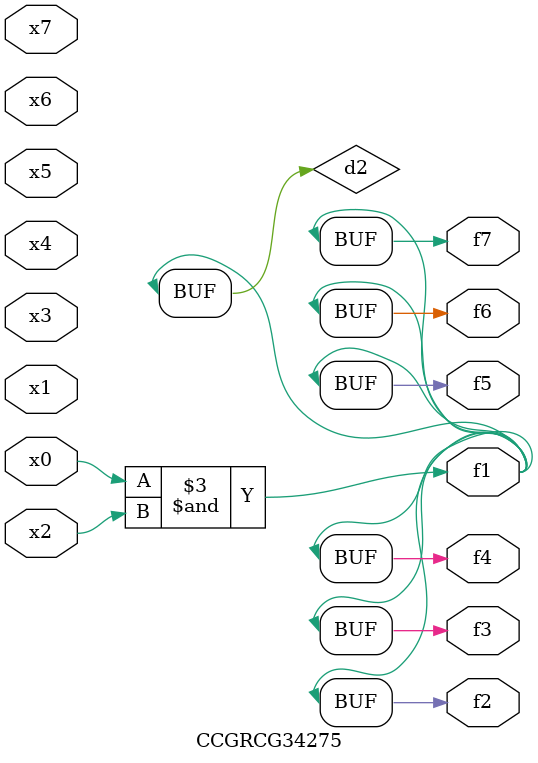
<source format=v>
module CCGRCG34275(
	input x0, x1, x2, x3, x4, x5, x6, x7,
	output f1, f2, f3, f4, f5, f6, f7
);

	wire d1, d2;

	nor (d1, x3, x6);
	and (d2, x0, x2);
	assign f1 = d2;
	assign f2 = d2;
	assign f3 = d2;
	assign f4 = d2;
	assign f5 = d2;
	assign f6 = d2;
	assign f7 = d2;
endmodule

</source>
